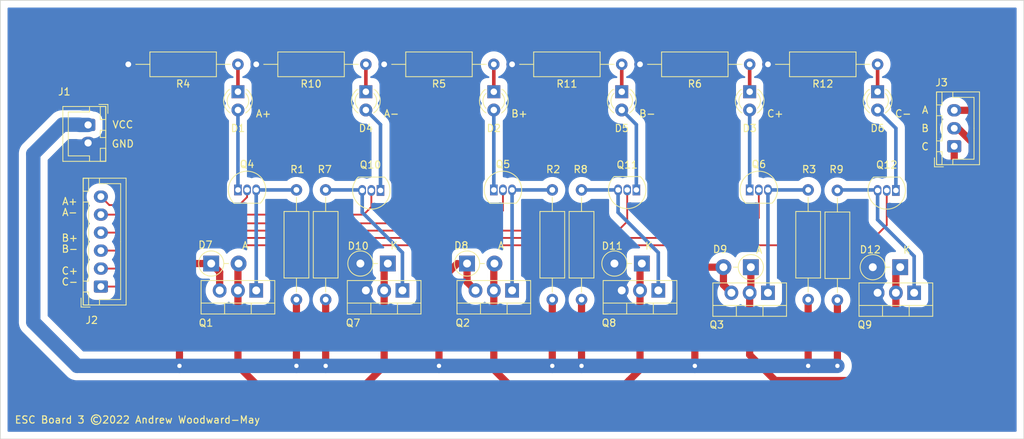
<source format=kicad_pcb>
(kicad_pcb (version 20211014) (generator pcbnew)
  (layers (0 "F.Cu" signal) (31 "B.Cu" signal) (34 "B.Paste" user) (35 "F.Paste" user) (36 "B.SilkS" user "B.Silkscreen") (37 "F.SilkS" user "F.Silkscreen") (38 "B.Mask" user) (39 "F.Mask" user) (44 "Edge.Cuts" user))
  (net 0 "")
  (net 1 "Net-(D1-Pad1)")
  (net 2 "Net-(D1-Pad2)")
  (net 3 "Net-(D2-Pad1)")
  (net 4 "Net-(D2-Pad2)")
  (net 5 "Net-(D3-Pad1)")
  (net 6 "Net-(D3-Pad2)")
  (net 7 "Net-(D4-Pad1)")
  (net 8 "Net-(D4-Pad2)")
  (net 9 "Net-(D5-Pad1)")
  (net 10 "Net-(D5-Pad2)")
  (net 11 "Net-(D6-Pad1)")
  (net 12 "Net-(D6-Pad2)")
  (net 13 "VCC")
  (net 14 "GND")
  (net 15 "Net-(J2-Pad1)")
  (net 16 "Net-(J2-Pad2)")
  (net 17 "Net-(J2-Pad3)")
  (net 18 "Net-(J2-Pad4)")
  (net 19 "Net-(J2-Pad5)")
  (net 20 "Net-(J2-Pad6)")
  (net 21 "Net-(Q10-Pad3)")
  (net 22 "Net-(Q11-Pad3)")
  (net 23 "Net-(D10-Pad1)")
  (net 24 "Net-(D11-Pad1)")
  (net 25 "Net-(D12-Pad1)")
  (net 26 "Net-(Q1-Pad1)")
  (net 27 "Net-(Q2-Pad1)")
  (net 28 "Net-(Q3-Pad1)")
  (net 29 "Net-(Q12-Pad3)")
  (footprint "LED_THT:LED_D3.0mm_Clear" (layer "F.Cu") (at 135.128 25.979 -90)
    (fp_text reference "D6" (at 5.08 0 180) (layer "F.SilkS"))
    (fp_text value "LED")
    (pad "1" thru_hole rect (at 0 0 270) (size 1.8 1.8) (drill 0.9) (layers *.Cu *.Mask) (net 11 "Net-(D6-Pad1)"))
    (pad "2" thru_hole circle (at 2.54 0 270) (size 1.8 1.8) (drill 0.9) (layers *.Cu *.Mask) (net 12 "Net-(D6-Pad2)"))
  )
  (footprint "Package_TO_SOT_THT:TO-220-3_Vertical" (layer "F.Cu") (at 119.888 53.919 180)
    (fp_text reference "Q3" (at 7.112 -4.445) (layer "F.SilkS"))
    (fp_text value "IRF4905")
    (pad "1" thru_hole rect (at 0 0 180) (size 1.905 2) (drill 1.1) (layers *.Cu *.Mask) (net 28 "Net-(Q3-Pad1)"))
    (pad "2" thru_hole oval (at 2.54 0 180) (size 1.905 2) (drill 1.1) (layers *.Cu *.Mask) (net 25 "Net-(D12-Pad1)"))
    (pad "3" thru_hole oval (at 5.08 0 180) (size 1.905 2) (drill 1.1) (layers *.Cu *.Mask) (net 13 "VCC"))
  )
  (footprint "Package_TO_SOT_THT:TO-220-3_Vertical" (layer "F.Cu") (at 140.208 53.919 180)
    (fp_text reference "Q9" (at 6.858 -4.445) (layer "F.SilkS"))
    (fp_text value "IRLZ44N")
    (pad "1" thru_hole rect (at 0 0 180) (size 1.905 2) (drill 1.1) (layers *.Cu *.Mask) (net 29 "Net-(Q12-Pad3)"))
    (pad "2" thru_hole oval (at 2.54 0 180) (size 1.905 2) (drill 1.1) (layers *.Cu *.Mask) (net 25 "Net-(D12-Pad1)"))
    (pad "3" thru_hole oval locked (at 5.08 0 180) (size 1.905 2) (drill 1.1) (layers *.Cu *.Mask) (net 14 "GND"))
  )
  (footprint "Resistor_THT:R_Axial_DIN0309_L9.0mm_D3.2mm_P15.24mm_Horizontal" (layer "F.Cu") (at 64.008 22.169 180)
    (fp_text reference "R10" (at 7.62 -2.72) (layer "F.SilkS"))
    (fp_text value "100R")
    (pad "1" thru_hole circle (at 0 0 180) (size 1.6 1.6) (drill 0.8) (layers *.Cu *.Mask) (net 7 "Net-(D4-Pad1)"))
    (pad "2" thru_hole oval (at 15.24 0 180) (size 1.6 1.6) (drill 0.8) (layers *.Cu *.Mask) (net 14 "GND"))
  )
  (footprint "Connector_JST:JST_XH_B2B-XH-A_1x02_P2.50mm_Vertical" (layer "F.Cu") (at 25.4 30.591 -90)
    (fp_text reference "J1" (at -4.612 3.302) (layer "F.SilkS"))
    (fp_text value "Power")
    (pad "1" thru_hole roundrect (at 0 0 270) (size 1.7 2) (drill 1) (layers *.Cu *.Mask) (roundrect_rratio 0.1470588235) (net 13 "VCC"))
    (pad "2" thru_hole oval (at 2.5 0 270) (size 1.7 2) (drill 1) (layers *.Cu *.Mask) (net 14 "GND"))
  )
  (footprint "Package_TO_SOT_THT:TO-92_Inline" (layer "F.Cu") (at 137.668 39.695 180)
    (fp_text reference "Q12" (at 1.27 3.556) (layer "F.SilkS"))
    (fp_text value "S8050")
    (pad "1" thru_hole rect (at 0 0 180) (size 1.05 1.5) (drill 0.75) (layers *.Cu *.Mask) (net 12 "Net-(D6-Pad2)"))
    (pad "2" thru_hole oval (at 1.27 0 180) (size 1.05 1.5) (drill 0.75) (layers *.Cu *.Mask) (net 15 "Net-(J2-Pad1)"))
    (pad "3" thru_hole oval (at 2.54 0 180) (size 1.05 1.5) (drill 0.75) (layers *.Cu *.Mask) (net 29 "Net-(Q12-Pad3)"))
  )
  (footprint "Package_TO_SOT_THT:TO-220-3_Vertical" (layer "F.Cu") (at 84.328 53.594 180)
    (fp_text reference "Q2" (at 6.858 -4.516) (layer "F.SilkS"))
    (fp_text value "IRF4905")
    (pad "1" thru_hole rect (at 0 0 180) (size 1.905 2) (drill 1.1) (layers *.Cu *.Mask) (net 27 "Net-(Q2-Pad1)"))
    (pad "2" thru_hole oval (at 2.54 0 180) (size 1.905 2) (drill 1.1) (layers *.Cu *.Mask) (net 24 "Net-(D11-Pad1)"))
    (pad "3" thru_hole oval (at 5.08 0 180) (size 1.905 2) (drill 1.1) (layers *.Cu *.Mask) (net 13 "VCC"))
  )
  (footprint "Package_TO_SOT_THT:TO-92_Inline" (layer "F.Cu") (at 101.6 39.624 180)
    (fp_text reference "Q11" (at 1.27 3.485) (layer "F.SilkS"))
    (fp_text value "S8050")
    (pad "1" thru_hole rect (at 0 0 180) (size 1.05 1.5) (drill 0.75) (layers *.Cu *.Mask) (net 10 "Net-(D5-Pad2)"))
    (pad "2" thru_hole oval (at 1.27 0 180) (size 1.05 1.5) (drill 0.75) (layers *.Cu *.Mask) (net 17 "Net-(J2-Pad3)"))
    (pad "3" thru_hole oval (at 2.54 0 180) (size 1.05 1.5) (drill 0.75) (layers *.Cu *.Mask) (net 22 "Net-(Q11-Pad3)"))
  )
  (footprint "Package_TO_SOT_THT:TO-220-3_Vertical" (layer "F.Cu") (at 69.088 53.594 180)
    (fp_text reference "Q7" (at 6.858 -4.516) (layer "F.SilkS"))
    (fp_text value "IRLZ44N")
    (pad "1" thru_hole rect (at 0 0 180) (size 1.905 2) (drill 1.1) (layers *.Cu *.Mask) (net 21 "Net-(Q10-Pad3)"))
    (pad "2" thru_hole oval (at 2.54 0 180) (size 1.905 2) (drill 1.1) (layers *.Cu *.Mask) (net 23 "Net-(D10-Pad1)"))
    (pad "3" thru_hole oval (at 5.08 0 180) (size 1.905 2) (drill 1.1) (layers *.Cu *.Mask) (net 14 "GND"))
  )
  (footprint "Diode_THT:D_DO-41_SOD81_P3.81mm_Vertical_KathodeUp" (layer "F.Cu") (at 102.362 49.855 180)
    (fp_text reference "D11" (at 4.1148 2.4384) (layer "F.SilkS"))
    (fp_text value "1N5819")
    (fp_text user "K" (at -0.9652 2.4384) (layer "F.SilkS"))
    (pad "1" thru_hole rect (at 0 0 180) (size 2.2 2.2) (drill 1.1) (layers *.Cu *.Mask) (net 24 "Net-(D11-Pad1)"))
    (pad "2" thru_hole oval (at 3.81 0 180) (size 2.2 2.2) (drill 1.1) (layers *.Cu *.Mask) (net 14 "GND"))
  )
  (footprint "Diode_THT:D_DO-41_SOD81_P3.81mm_Vertical_AnodeUp" (layer "F.Cu") (at 78.068818 49.855)
    (fp_text reference "D8" (at -0.802018 -2.4892) (layer "F.SilkS"))
    (fp_text value "1N5819")
    (fp_text user "A" (at 4.735182 -2.4892) (layer "F.SilkS"))
    (pad "1" thru_hole rect (at 0 0) (size 2.2 2.2) (drill 1.1) (layers *.Cu *.Mask) (net 13 "VCC"))
    (pad "2" thru_hole oval (at 3.81 0) (size 2.2 2.2) (drill 1.1) (layers *.Cu *.Mask) (net 24 "Net-(D11-Pad1)"))
  )
  (footprint "Package_TO_SOT_THT:TO-92_Inline" (layer "F.Cu") (at 46.228 39.624)
    (fp_text reference "Q4" (at 1.27 -3.56) (layer "F.SilkS"))
    (fp_text value "S8050")
    (pad "1" thru_hole rect (at 0 0) (size 1.05 1.5) (drill 0.75) (layers *.Cu *.Mask) (net 2 "Net-(D1-Pad2)"))
    (pad "2" thru_hole oval (at 1.27 0) (size 1.05 1.5) (drill 0.75) (layers *.Cu *.Mask) (net 20 "Net-(J2-Pad6)"))
    (pad "3" thru_hole oval (at 2.54 0) (size 1.05 1.5) (drill 0.75) (layers *.Cu *.Mask) (net 26 "Net-(Q1-Pad1)"))
  )
  (footprint "Connector_JST:JST_XH_B3B-XH-A_1x03_P2.50mm_Vertical" (layer "F.Cu") (at 145.779 33.559 90)
    (fp_text reference "J3" (at 8.85 -1.761 180) (layer "F.SilkS"))
    (fp_text value "Output")
    (pad "1" thru_hole roundrect (at 0 0 90) (size 1.7 1.95) (drill 0.95) (layers *.Cu *.Mask) (roundrect_rratio 0.1470588235) (net 25 "Net-(D12-Pad1)"))
    (pad "2" thru_hole oval (at 2.5 0 90) (size 1.7 1.95) (drill 0.95) (layers *.Cu *.Mask) (net 24 "Net-(D11-Pad1)"))
    (pad "3" thru_hole oval (at 5 0 90) (size 1.7 1.95) (drill 0.95) (layers *.Cu *.Mask) (net 23 "Net-(D10-Pad1)"))
  )
  (footprint "Resistor_THT:R_Axial_DIN0309_L9.0mm_D3.2mm_P15.24mm_Horizontal" (layer "F.Cu") (at 129.54 39.695 -90)
    (fp_text reference "R9" (at -2.921 0.127 180) (layer "F.SilkS"))
    (fp_text value "10kR")
    (pad "1" thru_hole circle (at 0 0 270) (size 1.6 1.6) (drill 0.8) (layers *.Cu *.Mask) (net 29 "Net-(Q12-Pad3)"))
    (pad "2" thru_hole oval (at 15.24 0 270) (size 1.6 1.6) (drill 0.8) (layers *.Cu *.Mask) (net 13 "VCC"))
  )
  (footprint "Resistor_THT:R_Axial_DIN0309_L9.0mm_D3.2mm_P15.24mm_Horizontal" (layer "F.Cu") (at 81.788 22.169 180)
    (fp_text reference "R5" (at 7.62 -2.72) (layer "F.SilkS"))
    (fp_text value "100R")
    (pad "1" thru_hole circle (at 0 0 180) (size 1.6 1.6) (drill 0.8) (layers *.Cu *.Mask) (net 3 "Net-(D2-Pad1)"))
    (pad "2" thru_hole oval (at 15.24 0 180) (size 1.6 1.6) (drill 0.8) (layers *.Cu *.Mask) (net 14 "GND"))
  )
  (footprint "Resistor_THT:R_Axial_DIN0309_L9.0mm_D3.2mm_P15.24mm_Horizontal" (layer "F.Cu") (at 93.98 39.624 -90)
    (fp_text reference "R8" (at -2.85 0.127 180) (layer "F.SilkS"))
    (fp_text value "10kR")
    (pad "1" thru_hole circle (at 0 0 270) (size 1.6 1.6) (drill 0.8) (layers *.Cu *.Mask) (net 22 "Net-(Q11-Pad3)"))
    (pad "2" thru_hole oval (at 15.24 0 270) (size 1.6 1.6) (drill 0.8) (layers *.Cu *.Mask) (net 13 "VCC"))
  )
  (footprint "Package_TO_SOT_THT:TO-220-3_Vertical" (layer "F.Cu") (at 104.648 53.594 180)
    (fp_text reference "Q8" (at 6.858 -4.516) (layer "F.SilkS"))
    (fp_text value "IRLZ44N")
    (pad "1" thru_hole rect (at 0 0 180) (size 1.905 2) (drill 1.1) (layers *.Cu *.Mask) (net 22 "Net-(Q11-Pad3)"))
    (pad "2" thru_hole oval (at 2.54 0 180) (size 1.905 2) (drill 1.1) (layers *.Cu *.Mask) (net 24 "Net-(D11-Pad1)"))
    (pad "3" thru_hole oval (at 5.08 0 180) (size 1.905 2) (drill 1.1) (layers *.Cu *.Mask) (net 14 "GND"))
  )
  (footprint "Package_TO_SOT_THT:TO-92_Inline" (layer "F.Cu") (at 66.04 39.695 180)
    (fp_text reference "Q10" (at 1.397 3.556) (layer "F.SilkS"))
    (fp_text value "S8050")
    (pad "1" thru_hole rect (at 0 0 180) (size 1.05 1.5) (drill 0.75) (layers *.Cu *.Mask) (net 8 "Net-(D4-Pad2)"))
    (pad "2" thru_hole oval (at 1.27 0 180) (size 1.05 1.5) (drill 0.75) (layers *.Cu *.Mask) (net 19 "Net-(J2-Pad5)"))
    (pad "3" thru_hole oval (at 2.54 0 180) (size 1.05 1.5) (drill 0.75) (layers *.Cu *.Mask) (net 21 "Net-(Q10-Pad3)"))
  )
  (footprint "Resistor_THT:R_Axial_DIN0309_L9.0mm_D3.2mm_P15.24mm_Horizontal" (layer "F.Cu") (at 46.228 22.169 180)
    (fp_text reference "R4" (at 7.62 -2.72) (layer "F.SilkS"))
    (fp_text value "100R")
    (pad "1" thru_hole circle (at 0 0 180) (size 1.6 1.6) (drill 0.8) (layers *.Cu *.Mask) (net 1 "Net-(D1-Pad1)"))
    (pad "2" thru_hole oval (at 15.24 0 180) (size 1.6 1.6) (drill 0.8) (layers *.Cu *.Mask) (net 14 "GND"))
  )
  (footprint "Package_TO_SOT_THT:TO-92_Inline" (layer "F.Cu") (at 117.348 39.624)
    (fp_text reference "Q6" (at 1.27 -3.56) (layer "F.SilkS"))
    (fp_text value "S8050")
    (pad "1" thru_hole rect (at 0 0) (size 1.05 1.5) (drill 0.75) (layers *.Cu *.Mask) (net 6 "Net-(D3-Pad2)"))
    (pad "2" thru_hole oval (at 1.27 0) (size 1.05 1.5) (drill 0.75) (layers *.Cu *.Mask) (net 16 "Net-(J2-Pad2)"))
    (pad "3" thru_hole oval (at 2.54 0) (size 1.05 1.5) (drill 0.75) (layers *.Cu *.Mask) (net 28 "Net-(Q3-Pad1)"))
  )
  (footprint "Package_TO_SOT_THT:TO-92_Inline" (layer "F.Cu") (at 81.788 39.624)
    (fp_text reference "Q5" (at 1.27 -3.56) (layer "F.SilkS"))
    (fp_text value "S8050")
    (pad "1" thru_hole rect (at 0 0) (size 1.05 1.5) (drill 0.75) (layers *.Cu *.Mask) (net 4 "Net-(D2-Pad2)"))
    (pad "2" thru_hole oval (at 1.27 0) (size 1.05 1.5) (drill 0.75) (layers *.Cu *.Mask) (net 18 "Net-(J2-Pad4)"))
    (pad "3" thru_hole oval (at 2.54 0) (size 1.05 1.5) (drill 0.75) (layers *.Cu *.Mask) (net 27 "Net-(Q2-Pad1)"))
  )
  (footprint "Resistor_THT:R_Axial_DIN0309_L9.0mm_D3.2mm_P15.24mm_Horizontal" (layer "F.Cu") (at 54.356 39.624 -90)
    (fp_text reference "R1" (at -2.85 -0.127) (layer "F.SilkS"))
    (fp_text value "10kR")
    (pad "1" thru_hole circle (at 0 0 270) (size 1.6 1.6) (drill 0.8) (layers *.Cu *.Mask) (net 26 "Net-(Q1-Pad1)"))
    (pad "2" thru_hole oval (at 15.24 0 270) (size 1.6 1.6) (drill 0.8) (layers *.Cu *.Mask) (net 13 "VCC"))
  )
  (footprint "LED_THT:LED_D3.0mm_Clear" (layer "F.Cu") (at 64.008 25.979 -90)
    (fp_text reference "D4" (at 5.08 0 180) (layer "F.SilkS"))
    (fp_text value "LED")
    (pad "1" thru_hole rect (at 0 0 270) (size 1.8 1.8) (drill 0.9) (layers *.Cu *.Mask) (net 7 "Net-(D4-Pad1)"))
    (pad "2" thru_hole circle (at 2.54 0 270) (size 1.8 1.8) (drill 0.9) (layers *.Cu *.Mask) (net 8 "Net-(D4-Pad2)"))
  )
  (footprint "Diode_THT:D_DO-41_SOD81_P3.81mm_Vertical_KathodeUp" (layer "F.Cu") (at 138.266818 50.363 180)
    (fp_text reference "D12" (at 4.154818 2.4384) (layer "F.SilkS"))
    (fp_text value "1N5819")
    (fp_text user "K" (at -0.925182 2.3876) (layer "F.SilkS"))
    (pad "1" thru_hole rect (at 0 0 180) (size 2.2 2.2) (drill 1.1) (layers *.Cu *.Mask) (net 25 "Net-(D12-Pad1)"))
    (pad "2" thru_hole oval (at 3.81 0 180) (size 2.2 2.2) (drill 1.1) (layers *.Cu *.Mask) (net 14 "GND"))
  )
  (footprint "Package_TO_SOT_THT:TO-220-3_Vertical" (layer "F.Cu") (at 48.768 53.594 180)
    (fp_text reference "Q1" (at 6.985 -4.516) (layer "F.SilkS"))
    (fp_text value "IRF4905")
    (pad "1" thru_hole rect (at 0 0 180) (size 1.905 2) (drill 1.1) (layers *.Cu *.Mask) (net 26 "Net-(Q1-Pad1)"))
    (pad "2" thru_hole oval (at 2.54 0 180) (size 1.905 2) (drill 1.1) (layers *.Cu *.Mask) (net 23 "Net-(D10-Pad1)"))
    (pad "3" thru_hole oval locked (at 5.08 0 180) (size 1.905 2) (drill 1.1) (layers *.Cu *.Mask) (net 13 "VCC"))
  )
  (footprint "Resistor_THT:R_Axial_DIN0309_L9.0mm_D3.2mm_P15.24mm_Horizontal" (layer "F.Cu") (at 58.42 39.624 -90)
    (fp_text reference "R7" (at -2.85 0.127) (layer "F.SilkS"))
    (fp_text value "10kR")
    (pad "1" thru_hole circle (at 0 0 270) (size 1.6 1.6) (drill 0.8) (layers *.Cu *.Mask) (net 21 "Net-(Q10-Pad3)"))
    (pad "2" thru_hole oval (at 15.24 0 270) (size 1.6 1.6) (drill 0.8) (layers *.Cu *.Mask) (net 13 "VCC"))
  )
  (footprint "Diode_THT:D_DO-41_SOD81_P3.81mm_Vertical_AnodeUp" (layer "F.Cu") (at 117.511183 50.363 180)
    (fp_text reference "D9" (at 4.277983 2.4892) (layer "F.SilkS"))
    (fp_text value "1N5819")
    (fp_text user "A" (at -1.157617 2.3876) (layer "F.SilkS"))
    (pad "1" thru_hole rect (at 0 0 180) (size 2.2 2.2) (drill 1.1) (layers *.Cu *.Mask) (net 25 "Net-(D12-Pad1)"))
    (pad "2" thru_hole oval (at 3.81 0 180) (size 2.2 2.2) (drill 1.1) (layers *.Cu *.Mask) (net 13 "VCC"))
  )
  (footprint "Resistor_THT:R_Axial_DIN0309_L9.0mm_D3.2mm_P15.24mm_Horizontal" (layer "F.Cu") (at 117.348 22.169 180)
    (fp_text reference "R6" (at 7.62 -2.72) (layer "F.SilkS"))
    (fp_text value "100R")
    (pad "1" thru_hole circle (at 0 0 180) (size 1.6 1.6) (drill 0.8) (layers *.Cu *.Mask) (net 5 "Net-(D3-Pad1)"))
    (pad "2" thru_hole oval (at 15.24 0 180) (size 1.6 1.6) (drill 0.8) (layers *.Cu *.Mask) (net 14 "GND"))
  )
  (footprint "LED_THT:LED_D3.0mm_Clear" (layer "F.Cu") (at 117.348 25.979 -90)
    (fp_text reference "D3" (at 5.08 0 180) (layer "F.SilkS"))
    (fp_text value "LED")
    (pad "1" thru_hole rect (at 0 0 270) (size 1.8 1.8) (drill 0.9) (layers *.Cu *.Mask) (net 5 "Net-(D3-Pad1)"))
    (pad "2" thru_hole circle (at 2.54 0 270) (size 1.8 1.8) (drill 0.9) (layers *.Cu *.Mask) (net 6 "Net-(D3-Pad2)"))
  )
  (footprint "Resistor_THT:R_Axial_DIN0309_L9.0mm_D3.2mm_P15.24mm_Horizontal" (layer "F.Cu") (at 99.568 22.169 180)
    (fp_text reference "R11" (at 7.62 -2.72) (layer "F.SilkS"))
    (fp_text value "100R")
    (pad "1" thru_hole circle (at 0 0 180) (size 1.6 1.6) (drill 0.8) (layers *.Cu *.Mask) (net 9 "Net-(D5-Pad1)"))
    (pad "2" thru_hole oval (at 15.24 0 180) (size 1.6 1.6) (drill 0.8) (layers *.Cu *.Mask) (net 14 "GND"))
  )
  (footprint "Resistor_THT:R_Axial_DIN0309_L9.0mm_D3.2mm_P15.24mm_Horizontal" (layer "F.Cu") (at 125.476 39.624 -90)
    (fp_text reference "R3" (at -2.85 -0.127 180) (layer "F.SilkS"))
    (fp_text value "10kR")
    (pad "1" thru_hole circle (at 0 0 270) (size 1.6 1.6) (drill 0.8) (layers *.Cu *.Mask) (net 28 "Net-(Q3-Pad1)"))
    (pad "2" thru_hole oval (at 15.24 0 270) (size 1.6 1.6) (drill 0.8) (layers *.Cu *.Mask) (net 13 "VCC"))
  )
  (footprint "LED_THT:LED_D3.0mm_Clear" (layer "F.Cu") (at 99.568 25.979 -90)
    (fp_text reference "D5" (at 5.08 0 180) (layer "F.SilkS"))
    (fp_text value "LED")
    (pad "1" thru_hole rect (at 0 0 270) (size 1.8 1.8) (drill 0.9) (layers *.Cu *.Mask) (net 9 "Net-(D5-Pad1)"))
    (pad "2" thru_hole circle (at 2.54 0 270) (size 1.8 1.8) (drill 0.9) (layers *.Cu *.Mask) (net 10 "Net-(D5-Pad2)"))
  )
  (footprint "Connector_JST:JST_XH_B6B-XH-A_1x06_P2.50mm_Vertical" (layer "F.Cu") (at 27.178 53.057 90)
    (fp_text reference "J2" (at -4.672 -1.27 180) (layer "F.SilkS"))
    (fp_text value "Inputs")
    (pad "1" thru_hole roundrect (at 0 0 90) (size 1.7 1.95) (drill 0.95) (layers *.Cu *.Mask) (roundrect_rratio 0.1470588235) (net 15 "Net-(J2-Pad1)"))
    (pad "2" thru_hole oval (at 2.5 0 90) (size 1.7 1.95) (drill 0.95) (layers *.Cu *.Mask) (net 16 "Net-(J2-Pad2)"))
    (pad "3" thru_hole oval (at 5 0 90) (size 1.7 1.95) (drill 0.95) (layers *.Cu *.Mask) (net 17 "Net-(J2-Pad3)"))
    (pad "4" thru_hole oval (at 7.5 0 90) (size 1.7 1.95) (drill 0.95) (layers *.Cu *.Mask) (net 18 "Net-(J2-Pad4)"))
    (pad "5" thru_hole oval (at 10 0 90) (size 1.7 1.95) (drill 0.95) (layers *.Cu *.Mask) (net 19 "Net-(J2-Pad5)"))
    (pad "6" thru_hole oval (at 12.5 0 90) (size 1.7 1.95) (drill 0.95) (layers *.Cu *.Mask) (net 20 "Net-(J2-Pad6)"))
  )
  (footprint "Resistor_THT:R_Axial_DIN0309_L9.0mm_D3.2mm_P15.24mm_Horizontal" (layer "F.Cu") (at 135.128 22.169 180)
    (fp_text reference "R12" (at 7.62 -2.72) (layer "F.SilkS"))
    (fp_text value "100R")
    (pad "1" thru_hole circle (at 0 0 180) (size 1.6 1.6) (drill 0.8) (layers *.Cu *.Mask) (net 11 "Net-(D6-Pad1)"))
    (pad "2" thru_hole oval (at 15.24 0 180) (size 1.6 1.6) (drill 0.8) (layers *.Cu *.Mask) (net 14 "GND"))
  )
  (footprint "Resistor_THT:R_Axial_DIN0309_L9.0mm_D3.2mm_P15.24mm_Horizontal" (layer "F.Cu") (at 89.916 39.624 -90)
    (fp_text reference "R2" (at -2.85 -0.127) (layer "F.SilkS"))
    (fp_text value "10kR")
    (pad "1" thru_hole circle (at 0 0 270) (size 1.6 1.6) (drill 0.8) (layers *.Cu *.Mask) (net 27 "Net-(Q2-Pad1)"))
    (pad "2" thru_hole oval (at 15.24 0 270) (size 1.6 1.6) (drill 0.8) (layers *.Cu *.Mask) (net 13 "VCC"))
  )
  (footprint "Diode_THT:D_DO-41_SOD81_P3.81mm_Vertical_AnodeUp" (layer "F.Cu") (at 42.508818 49.855)
    (fp_text reference "D7" (at -0.802018 -2.5908) (layer "F.SilkS"))
    (fp_text value "1N5819")
    (fp_text user "A" (at 4.735182 -2.4892) (layer "F.SilkS"))
    (pad "1" thru_hole rect (at 0 0) (size 2.2 2.2) (drill 1.1) (layers *.Cu *.Mask) (net 13 "VCC"))
    (pad "2" thru_hole oval (at 3.81 0) (size 2.2 2.2) (drill 1.1) (layers *.Cu *.Mask) (net 23 "Net-(D10-Pad1)"))
  )
  (footprint "LED_THT:LED_D3.0mm_Clear" (layer "F.Cu") (at 46.228 25.979 -90)
    (fp_text reference "D1" (at 5.08 0 180) (layer "F.SilkS"))
    (fp_text value "LED")
    (pad "1" thru_hole rect (at 0 0 270) (size 1.8 1.8) (drill 0.9) (layers *.Cu *.Mask) (net 1 "Net-(D1-Pad1)"))
    (pad "2" thru_hole circle (at 2.54 0 270) (size 1.8 1.8) (drill 0.9) (layers *.Cu *.Mask) (net 2 "Net-(D1-Pad2)"))
  )
  (footprint "Diode_THT:D_DO-41_SOD81_P3.81mm_Vertical_KathodeUp" (layer "F.Cu") (at 67.056 49.855 180)
    (fp_text reference "D10" (at 4.1148 2.4384) (layer "F.SilkS"))
    (fp_text value "1N5819")
    (fp_text user "K" (at -0.8636 2.4892) (layer "F.SilkS"))
    (pad "1" thru_hole rect (at 0 0 180) (size 2.2 2.2) (drill 1.1) (layers *.Cu *.Mask) (net 23 "Net-(D10-Pad1)"))
    (pad "2" thru_hole oval (at 3.81 0 180) (size 2.2 2.2) (drill 1.1) (layers *.Cu *.Mask) (net 14 "GND"))
  )
  (footprint "LED_THT:LED_D3.0mm_Clear" (layer "F.Cu") (at 81.788 25.979 -90)
    (fp_text reference "D2" (at 5.08 0 180) (layer "F.SilkS"))
    (fp_text value "LED")
    (pad "1" thru_hole rect (at 0 0 270) (size 1.8 1.8) (drill 0.9) (layers *.Cu *.Mask) (net 3 "Net-(D2-Pad1)"))
    (pad "2" thru_hole circle (at 2.54 0 270) (size 1.8 1.8) (drill 0.9) (layers *.Cu *.Mask) (net 4 "Net-(D2-Pad2)"))
  )
  (gr_rect (start 13.208 13.279) (end 155.448 74.239) (layer "Edge.Cuts") (width 0.1) (fill none))
  (gr_text "A-" (at 22.86 42.743) (layer "F.SilkS") (effects (font (size 1 1))))
  (gr_text "B+" (at 85.344 29.027) (layer "F.SilkS") (effects (font (size 1 1))))
  (gr_text "B" (at 141.732 31.059) (layer "F.SilkS") (effects (font (size 1 1))))
  (gr_text "VCC" (at 30.226 30.551) (layer "F.SilkS") (effects (font (size 1 1))))
  (gr_text "B-" (at 22.86 47.823) (layer "F.SilkS") (effects (font (size 1 1))))
  (gr_text "B-" (at 103.124 29.027) (layer "F.SilkS") (effects (font (size 1 1))))
  (gr_text "C-" (at 22.86 52.395) (layer "F.SilkS") (effects (font (size 1 1))))
  (gr_text "C+" (at 120.904 29.027) (layer "F.SilkS") (effects (font (size 1 1))))
  (gr_text "C" (at 141.732 33.599) (layer "F.SilkS") (effects (font (size 1 1))))
  (gr_text "C+" (at 22.86 50.871) (layer "F.SilkS") (effects (font (size 1 1))))
  (gr_text "A" (at 141.732 28.519) (layer "F.SilkS") (effects (font (size 1 1))))
  (gr_text "B+" (at 22.86 46.299) (layer "F.SilkS") (effects (font (size 1 1))))
  (gr_text "ESC Board 3 ©2022 Andrew Woodward-May" (at 32.258 71.572) (layer "F.SilkS") (effects (font (size 1 1))))
  (gr_text "C-" (at 138.684 29.027) (layer "F.SilkS") (effects (font (size 1 1))))
  (gr_text "A+" (at 49.784 29.027) (layer "F.SilkS") (effects (font (size 1 1))))
  (gr_text "GND" (at 30.226 33.218) (layer "F.SilkS") (effects (font (size 1 1))))
  (gr_text "A+" (at 22.86 41.219) (layer "F.SilkS") (effects (font (size 1 1))))
  (gr_text "A-" (at 67.564 29.027) (layer "F.SilkS") (effects (font (size 1 1))))
  (segment (start 46.228 25.979) (end 46.228 22.169) (width 0.5) (layer "F.Cu") (net 1))
  (segment (start 46.228 39.624) (end 46.228 28.519) (width 0.5) (layer "B.Cu") (net 2))
  (segment (start 81.788 25.979) (end 81.788 22.169) (width 0.5) (layer "F.Cu") (net 3))
  (segment (start 81.788 39.624) (end 81.788 28.519) (width 0.5) (layer "B.Cu") (net 4))
  (segment (start 117.348 25.979) (end 117.348 22.169) (width 0.5) (layer "F.Cu") (net 5))
  (segment (start 117.348 39.624) (end 117.348 28.519) (width 0.5) (layer "B.Cu") (net 6))
  (segment (start 64.008 25.979) (end 64.008 22.169) (width 0.5) (layer "F.Cu") (net 7))
  (segment (start 64.008 28.519) (end 66.04 30.551) (width 0.5) (layer "B.Cu") (net 8))
  (segment (start 66.04 30.551) (end 66.04 39.695) (width 0.5) (layer "B.Cu") (net 8))
  (segment (start 99.568 25.979) (end 99.568 22.169) (width 0.5) (layer "F.Cu") (net 9))
  (segment (start 101.6 30.551) (end 101.6 39.624) (width 0.5) (layer "B.Cu") (net 10))
  (segment (start 99.568 28.519) (end 101.6 30.551) (width 0.5) (layer "B.Cu") (net 10))
  (segment (start 135.128 25.979) (end 135.128 22.169) (width 0.5) (layer "F.Cu") (net 11))
  (segment (start 137.668 39.695) (end 137.668 31.059) (width 0.5) (layer "B.Cu") (net 12))
  (segment (start 137.668 31.059) (end 135.128 28.519) (width 0.5) (layer "B.Cu") (net 12))
  (segment (start 43.688 51.034182) (end 42.508818 49.855) (width 1) (layer "F.Cu") (net 13))
  (segment (start 125.476 54.864) (end 125.476 64.079) (width 1) (layer "F.Cu") (net 13))
  (segment (start 113.701183 52.812183) (end 114.808 53.919) (width 1) (layer "F.Cu") (net 13))
  (segment (start 58.42 54.864) (end 58.42 64.079) (width 1) (layer "F.Cu") (net 13))
  (segment (start 109.728 51.887) (end 109.728 64.079) (width 1) (layer "F.Cu") (net 13))
  (segment (start 111.252 50.363) (end 109.728 51.887) (width 1) (layer "F.Cu") (net 13))
  (segment (start 113.701183 50.363) (end 113.701183 52.812183) (width 1) (layer "F.Cu") (net 13))
  (segment (start 129.54 54.935) (end 129.54 64.079) (width 1) (layer "F.Cu") (net 13))
  (segment (start 113.701183 50.363) (end 111.252 50.363) (width 1) (layer "F.Cu") (net 13))
  (segment (start 93.98 54.864) (end 93.98 64.079) (width 1) (layer "F.Cu") (net 13))
  (segment (start 89.916 54.864) (end 89.916 64.079) (width 1) (layer "F.Cu") (net 13))
  (segment (start 40.132 49.855) (end 38.1 51.887) (width 1) (layer "F.Cu") (net 13))
  (segment (start 74.168 52.395) (end 74.168 64.079) (width 1) (layer "F.Cu") (net 13))
  (segment (start 38.1 51.887) (end 38.1 64.079) (width 1) (layer "F.Cu") (net 13))
  (segment (start 76.708 49.855) (end 74.168 52.395) (width 1) (layer "F.Cu") (net 13))
  (segment (start 43.688 53.594) (end 43.688 51.034182) (width 1) (layer "F.Cu") (net 13))
  (segment (start 54.356 54.864) (end 54.356 64.079) (width 1) (layer "F.Cu") (net 13))
  (segment (start 42.508818 49.855) (end 40.132 49.855) (width 1) (layer "F.Cu") (net 13))
  (segment (start 78.068818 52.414818) (end 79.248 53.594) (width 1) (layer "F.Cu") (net 13))
  (segment (start 78.068818 49.855) (end 78.068818 52.414818) (width 1) (layer "F.Cu") (net 13))
  (segment (start 78.068818 49.855) (end 76.708 49.855) (width 0.25) (layer "F.Cu") (net 13))
  (via (at 129.54 64.079) (size 1) (drill 0.6) (layers "F.Cu" "B.Cu") (net 13))
  (via (at 58.42 64.079) (size 1) (drill 0.6) (layers "F.Cu" "B.Cu") (net 13))
  (via (at 54.356 64.079) (size 1) (drill 0.6) (layers "F.Cu" "B.Cu") (net 13))
  (via (at 38.1 64.079) (size 1) (drill 0.6) (layers "F.Cu" "B.Cu") (net 13))
  (via (at 89.916 64.079) (size 1) (drill 0.6) (layers "F.Cu" "B.Cu") (net 13))
  (via (at 93.98 64.079) (size 1) (drill 0.6) (layers "F.Cu" "B.Cu") (net 13))
  (via (at 74.168 64.079) (size 1) (drill 0.6) (layers "F.Cu" "B.Cu") (net 13))
  (via (at 125.476 64.079) (size 1) (drill 0.6) (layers "F.Cu" "B.Cu") (net 13))
  (via (at 109.728 64.079) (size 1) (drill 0.6) (layers "F.Cu" "B.Cu") (net 13))
  (segment (start 74.168 64.079) (end 89.916 64.079) (width 2) (layer "B.Cu") (net 13))
  (segment (start 38.1 64.079) (end 54.356 64.079) (width 2) (layer "B.Cu") (net 13))
  (segment (start 17.78 57.983) (end 23.876 64.079) (width 2) (layer "B.Cu") (net 13))
  (segment (start 24.216282 30.591) (end 24.176282 30.551) (width 0.25) (layer "B.Cu") (net 13))
  (segment (start 93.98 64.079) (end 109.728 64.079) (width 2) (layer "B.Cu") (net 13))
  (segment (start 109.728 64.079) (end 125.476 64.079) (width 2) (layer "B.Cu") (net 13))
  (segment (start 25.4 30.591) (end 24.216282 30.591) (width 2) (layer "B.Cu") (net 13))
  (segment (start 58.42 64.079) (end 74.168 64.079) (width 2) (layer "B.Cu") (net 13))
  (segment (start 21.844 30.551) (end 17.78 34.615) (width 2) (layer "B.Cu") (net 13))
  (segment (start 24.176282 30.551) (end 21.844 30.551) (width 2) (layer "B.Cu") (net 13))
  (segment (start 23.876 64.079) (end 38.1 64.079) (width 2) (layer "B.Cu") (net 13))
  (segment (start 54.356 64.079) (end 58.42 64.079) (width 2) (layer "B.Cu") (net 13))
  (segment (start 125.476 64.079) (end 129.54 64.079) (width 2) (layer "B.Cu") (net 13))
  (segment (start 17.78 34.615) (end 17.78 57.983) (width 2) (layer "B.Cu") (net 13))
  (segment (start 89.916 64.079) (end 93.98 64.079) (width 2) (layer "B.Cu") (net 13))
  (segment (start 63.246 52.832) (end 64.008 53.594) (width 1) (layer "B.Cu") (net 14))
  (segment (start 99.568 50.871) (end 98.552 49.855) (width 1) (layer "B.Cu") (net 14))
  (segment (start 135.128 51.034182) (end 134.456818 50.363) (width 0.25) (layer "B.Cu") (net 14))
  (segment (start 134.456818 53.247818) (end 135.128 53.919) (width 1) (layer "B.Cu") (net 14))
  (segment (start 63.246 49.855) (end 63.246 52.832) (width 1) (layer "B.Cu") (net 14))
  (segment (start 134.456818 50.363) (end 134.456818 53.247818) (width 1) (layer "B.Cu") (net 14))
  (segment (start 99.568 53.594) (end 99.568 50.871) (width 1) (layer "B.Cu") (net 14))
  (segment (start 136.398 44.521) (end 136.398 39.695) (width 0.25) (layer "F.Cu") (net 15))
  (segment (start 29.31 53.057) (end 35.052 47.315) (width 0.25) (layer "F.Cu") (net 15))
  (segment (start 27.178 53.057) (end 29.31 53.057) (width 0.25) (layer "F.Cu") (net 15))
  (segment (start 35.052 47.315) (end 133.604 47.315) (width 0.25) (layer "F.Cu") (net 15))
  (segment (start 133.604 47.315) (end 136.398 44.521) (width 0.25) (layer "F.Cu") (net 15))
  (segment (start 115.824 46.299) (end 118.618 43.505) (width 0.25) (layer "F.Cu") (net 16))
  (segment (start 30.286 50.557) (end 34.544 46.299) (width 0.25) (layer "F.Cu") (net 16))
  (segment (start 118.618 43.505) (end 118.618 39.624) (width 0.25) (layer "F.Cu") (net 16))
  (segment (start 27.178 50.557) (end 30.286 50.557) (width 0.25) (layer "F.Cu") (net 16))
  (segment (start 34.544 46.299) (end 115.824 46.299) (width 0.25) (layer "F.Cu") (net 16))
  (segment (start 100.33 44.013) (end 100.33 39.624) (width 0.25) (layer "F.Cu") (net 17))
  (segment (start 31.262 48.057) (end 34.036 45.283) (width 0.25) (layer "F.Cu") (net 17))
  (segment (start 34.036 45.283) (end 99.06 45.283) (width 0.25) (layer "F.Cu") (net 17))
  (segment (start 99.06 45.283) (end 100.33 44.013) (width 0.25) (layer "F.Cu") (net 17))
  (segment (start 27.178 48.057) (end 31.262 48.057) (width 0.25) (layer "F.Cu") (net 17))
  (segment (start 33.02 44.267) (end 81.28 44.267) (width 0.25) (layer "F.Cu") (net 18))
  (segment (start 27.178 45.557) (end 31.73 45.557) (width 0.25) (layer "F.Cu") (net 18))
  (segment (start 83.058 42.489) (end 83.058 39.624) (width 0.25) (layer "F.Cu") (net 18))
  (segment (start 31.73 45.557) (end 33.02 44.267) (width 0.25) (layer "F.Cu") (net 18))
  (segment (start 81.28 44.267) (end 83.058 42.489) (width 0.25) (layer "F.Cu") (net 18))
  (segment (start 27.178 43.057) (end 63.694 43.057) (width 0.25) (layer "F.Cu") (net 19))
  (segment (start 63.694 43.057) (end 64.77 41.981) (width 0.25) (layer "F.Cu") (net 19))
  (segment (start 64.77 41.981) (end 64.77 39.695) (width 0.25) (layer "F.Cu") (net 19))
  (segment (start 47.498 40.624) (end 47.498 39.624) (width 0.25) (layer "F.Cu") (net 20))
  (segment (start 27.178 40.557) (end 28.348 41.727) (width 0.25) (layer "F.Cu") (net 20))
  (segment (start 46.395 41.727) (end 47.498 40.624) (width 0.25) (layer "F.Cu") (net 20))
  (segment (start 28.348 41.727) (end 46.395 41.727) (width 0.25) (layer "F.Cu") (net 20))
  (segment (start 63.5 42.743) (end 69.088 48.331) (width 0.5) (layer "B.Cu") (net 21))
  (segment (start 69.088 48.331) (end 69.088 53.594) (width 0.5) (layer "B.Cu") (net 21))
  (segment (start 58.928 39.624) (end 63.429 39.624) (width 0.5) (layer "B.Cu") (net 21))
  (segment (start 63.429 39.624) (end 63.5 39.695) (width 0.25) (layer "B.Cu") (net 21))
  (segment (start 63.5 39.695) (end 63.5 42.743) (width 0.5) (layer "B.Cu") (net 21))
  (segment (start 99.06 39.624) (end 99.06 42.743) (width 0.5) (layer "B.Cu") (net 22))
  (segment (start 104.648 48.331) (end 104.648 53.594) (width 0.5) (layer "B.Cu") (net 22))
  (segment (start 99.06 42.743) (end 104.648 48.331) (width 0.5) (layer "B.Cu") (net 22))
  (segment (start 94.488 39.624) (end 99.06 39.624) (width 0.5) (layer "B.Cu") (net 22))
  (segment (start 46.228 53.594) (end 46.228 49.945818) (width 1) (layer "F.Cu") (net 23))
  (segment (start 150.876 61.031) (end 150.876 31.059) (width 1) (layer "F.Cu") (net 23))
  (segment (start 136.652 71.191) (end 140.208 67.635) (width 1) (layer "F.Cu") (net 23))
  (segment (start 63.246 67.381) (end 66.548 64.079) (width 1) (layer "F.Cu") (net 23))
  (segment (start 144.272 67.635) (end 150.876 61.031) (width 1) (layer "F.Cu") (net 23))
  (segment (start 46.228 49.945818) (end 46.318818 49.855) (width 0.25) (layer "F.Cu") (net 23))
  (segment (start 85.852 71.191) (end 136.652 71.191) (width 1) (layer "F.Cu") (net 23))
  (segment (start 61.976 68.651) (end 83.312 68.651) (width 1) (layer "F.Cu") (net 23))
  (segment (start 150.876 31.059) (end 148.376 28.559) (width 1) (layer "F.Cu") (net 23))
  (segment (start 66.548 53.594) (end 66.548 50.363) (width 1) (layer "F.Cu") (net 23))
  (segment (start 46.228 64.079) (end 50.8 68.651) (width 1) (layer "F.Cu") (net 23))
  (segment (start 61.976 68.651) (end 63.246 67.381) (width 1) (layer "F.Cu") (net 23))
  (segment (start 140.208 67.635) (end 144.272 67.635) (width 1) (layer "F.Cu") (net 23))
  (segment (start 46.228 53.594) (end 46.228 64.079) (width 1) (layer "F.Cu") (net 23))
  (segment (start 50.8 68.651) (end 61.976 68.651) (width 1) (layer "F.Cu") (net 23))
  (segment (start 66.548 64.079) (end 66.548 53.594) (width 1) (layer "F.Cu") (net 23))
  (segment (start 83.312 68.651) (end 85.852 71.191) (width 1) (layer "F.Cu") (net 23))
  (segment (start 148.376 28.559) (end 145.779 28.559) (width 1) (layer "F.Cu") (net 23))
  (segment (start 99.568 67.127) (end 117.856 67.127) (width 1) (layer "F.Cu") (net 24))
  (segment (start 135.128 68.651) (end 138.684 65.095) (width 1) (layer "F.Cu") (net 24))
  (segment (start 119.38 68.651) (end 135.128 68.651) (width 1) (layer "F.Cu") (net 24))
  (segment (start 148.336 33.091) (end 146.304 31.059) (width 1) (layer "F.Cu") (net 24))
  (segment (start 146.304 31.059) (end 145.779 31.059) (width 1) (layer "F.Cu") (net 24))
  (segment (start 102.108 50.109) (end 102.362 49.855) (width 0.25) (layer "F.Cu") (net 24))
  (segment (start 81.788 64.587) (end 81.788 53.594) (width 1) (layer "F.Cu") (net 24))
  (segment (start 99.568 67.127) (end 84.328 67.127) (width 1) (layer "F.Cu") (net 24))
  (segment (start 81.788 49.945818) (end 81.878818 49.855) (width 0.25) (layer "F.Cu") (net 24))
  (segment (start 102.108 53.594) (end 102.108 50.109) (width 1) (layer "F.Cu") (net 24))
  (segment (start 100.584 66.111) (end 99.568 67.127) (width 1) (layer "F.Cu") (net 24))
  (segment (start 117.856 67.127) (end 119.38 68.651) (width 1) (layer "F.Cu") (net 24))
  (segment (start 84.328 67.127) (end 81.788 64.587) (width 1) (layer "F.Cu") (net 24))
  (segment (start 102.108 53.594) (end 102.108 64.587) (width 1) (layer "F.Cu") (net 24))
  (segment (start 148.336 59.507) (end 148.336 33.091) (width 1) (layer "F.Cu") (net 24))
  (segment (start 138.684 65.095) (end 142.748 65.095) (width 1) (layer "F.Cu") (net 24))
  (segment (start 102.108 64.587) (end 100.584 66.111) (width 1) (layer "F.Cu") (net 24))
  (segment (start 142.748 65.095) (end 148.336 59.507) (width 1) (layer "F.Cu") (net 24))
  (segment (start 81.788 53.594) (end 81.788 49.945818) (width 1) (layer "F.Cu") (net 24))
  (segment (start 137.668 53.919) (end 137.668 50.961818) (width 1) (layer "F.Cu") (net 25))
  (segment (start 120.904 66.111) (end 117.348 62.555) (width 1) (layer "F.Cu") (net 25))
  (segment (start 117.348 62.555) (end 117.348 53.919) (width 1) (layer "F.Cu") (net 25))
  (segment (start 134.112 66.111) (end 120.904 66.111) (width 1) (layer "F.Cu") (net 25))
  (segment (start 145.779 33.559) (end 145.779 58.508) (width 1) (layer "F.Cu") (net 25))
  (segment (start 137.668 62.555) (end 134.112 66.111) (width 1) (layer "F.Cu") (net 25))
  (segment (start 117.511183 50.363) (end 117.511183 53.755817) (width 1) (layer "F.Cu") (net 25))
  (segment (start 141.732 62.555) (end 137.668 62.555) (width 1) (layer "F.Cu") (net 25))
  (segment (start 137.668 53.919) (end 137.668 62.555) (width 1) (layer "F.Cu") (net 25))
  (segment (start 145.779 58.508) (end 141.732 62.555) (width 1) (layer "F.Cu") (net 25))
  (segment (start 48.768 53.594) (end 48.768 39.624) (width 0.5) (layer "B.Cu") (net 26))
  (segment (start 53.848 39.624) (end 48.768 39.624) (width 0.5) (layer "B.Cu") (net 26))
  (segment (start 84.328 39.299) (end 84.328 53.594) (width 0.5) (layer "B.Cu") (net 27))
  (segment (start 84.328 39.624) (end 89.408 39.624) (width 0.5) (layer "B.Cu") (net 27))
  (segment (start 119.888 39.624) (end 119.888 53.919) (width 0.5) (layer "B.Cu") (net 28))
  (segment (start 119.888 39.624) (end 124.968 39.624) (width 0.5) (layer "B.Cu") (net 28))
  (segment (start 135.057 39.624) (end 135.128 39.695) (width 0.25) (layer "B.Cu") (net 29))
  (segment (start 140.208 48.839) (end 140.208 53.919) (width 0.5) (layer "B.Cu") (net 29))
  (segment (start 135.128 43.759) (end 140.208 48.839) (width 0.5) (layer "B.Cu") (net 29))
  (segment (start 135.128 39.695) (end 135.128 43.759) (width 0.5) (layer "B.Cu") (net 29))
  (segment (start 130.048 39.624) (end 135.057 39.624) (width 0.5) (layer "B.Cu") (net 29))
  (zone (net 14) (net_name "GND") (layer "B.Cu") (name "Ground Plane") (connect_pads yes (clearance 1)) (min_thickness 0.254) (fill yes (thermal_gap 0.508) (thermal_bridge_width 0.508))
    (polygon (pts (xy 155.448 74.239) (xy 13.208 74.239) (xy 13.208 13.279) (xy 155.448 13.279)))
  )
)
</source>
